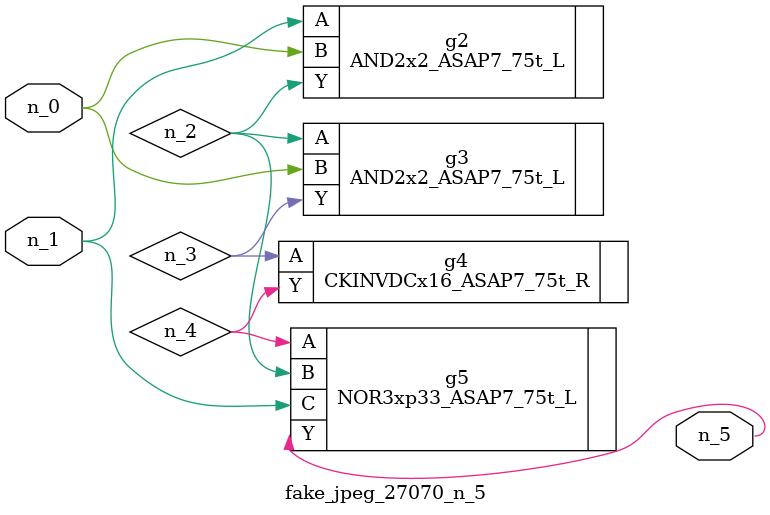
<source format=v>
module fake_jpeg_27070_n_5 (n_0, n_1, n_5);

input n_0;
input n_1;

output n_5;

wire n_3;
wire n_2;
wire n_4;

AND2x2_ASAP7_75t_L g2 ( 
.A(n_1),
.B(n_0),
.Y(n_2)
);

AND2x2_ASAP7_75t_L g3 ( 
.A(n_2),
.B(n_0),
.Y(n_3)
);

CKINVDCx16_ASAP7_75t_R g4 ( 
.A(n_3),
.Y(n_4)
);

NOR3xp33_ASAP7_75t_L g5 ( 
.A(n_4),
.B(n_2),
.C(n_1),
.Y(n_5)
);


endmodule
</source>
